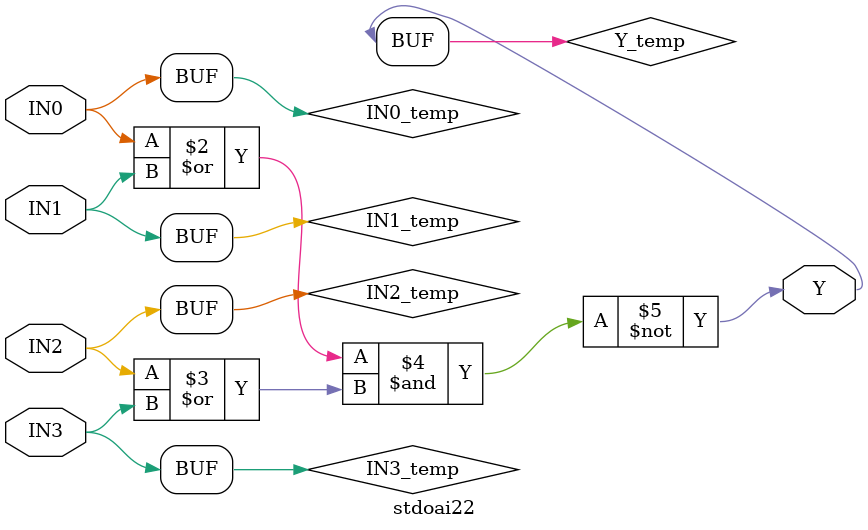
<source format=v>
module stdoai22(IN0,IN1,IN2,IN3,Y);
  parameter
        d_IN0_r = 0,
        d_IN0_f = 0,
        d_IN1_r = 0,
        d_IN1_f = 0,
        d_IN2_r = 0,
        d_IN2_f = 0,
        d_IN3_r = 0,
        d_IN3_f = 0,
        d_Y_r = 1,
        d_Y_f = 1;
  input  IN0;
  input  IN1;
  input  IN2;
  input  IN3;
  output  Y;
  wire  IN0_temp;
  wire  IN1_temp;
  wire  IN2_temp;
  wire  IN3_temp;
  reg  Y_temp;
  assign #(d_IN0_r,d_IN0_f) IN0_temp = IN0;
  assign #(d_IN1_r,d_IN1_f) IN1_temp = IN1;
  assign #(d_IN2_r,d_IN2_f) IN2_temp = IN2;
  assign #(d_IN3_r,d_IN3_f) IN3_temp = IN3;
  assign #(d_Y_r,d_Y_f) Y = Y_temp;
  always
    @(IN0_temp or IN1_temp or IN2_temp or IN3_temp)
      begin
      Y_temp = ( ~ ((IN0_temp | IN1_temp) & (IN2_temp | IN3_temp)));
      end
endmodule

</source>
